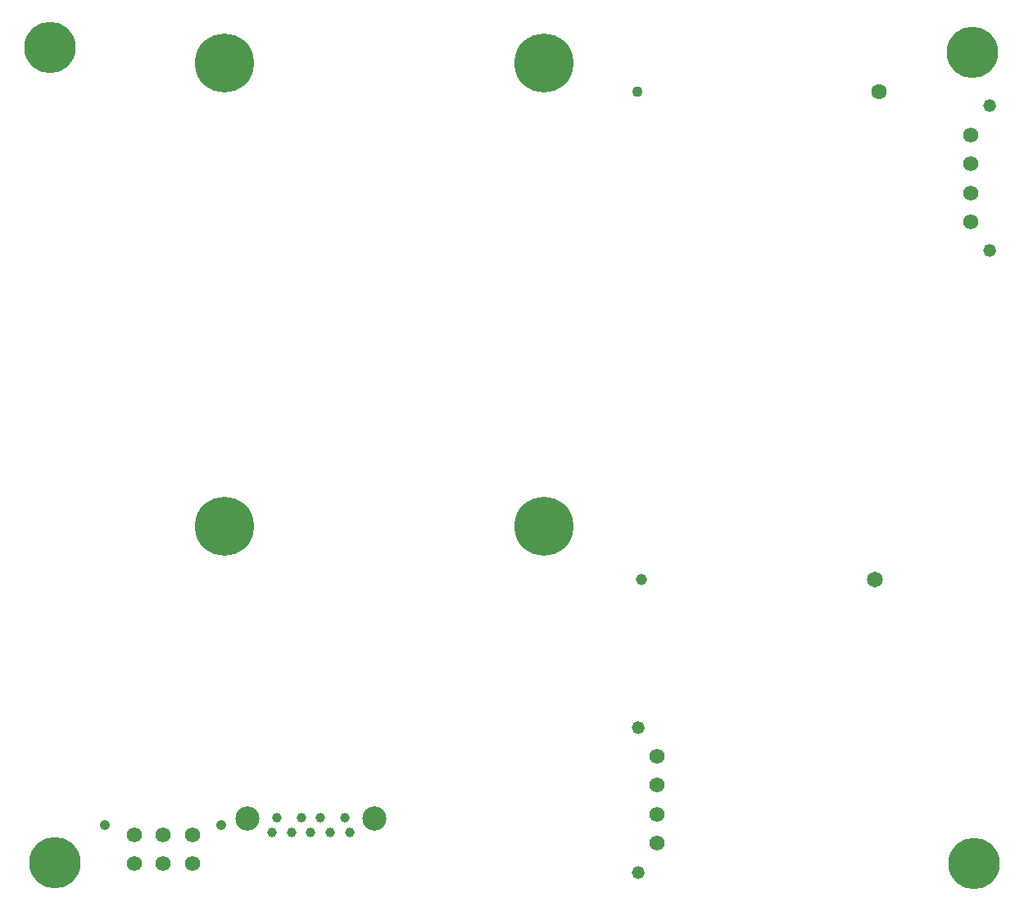
<source format=gbr>
%TF.GenerationSoftware,KiCad,Pcbnew,9.0.1*%
%TF.CreationDate,2025-05-16T02:44:54-04:00*%
%TF.ProjectId,CM5IO,434d3549-4f2e-46b6-9963-61645f706362,rev?*%
%TF.SameCoordinates,Original*%
%TF.FileFunction,Soldermask,Bot*%
%TF.FilePolarity,Negative*%
%FSLAX46Y46*%
G04 Gerber Fmt 4.6, Leading zero omitted, Abs format (unit mm)*
G04 Created by KiCad (PCBNEW 9.0.1) date 2025-05-16 02:44:54*
%MOMM*%
%LPD*%
G01*
G04 APERTURE LIST*
%ADD10C,5.300000*%
%ADD11C,1.320800*%
%ADD12C,1.574800*%
%ADD13C,1.600000*%
%ADD14C,1.100000*%
%ADD15C,1.066800*%
%ADD16C,1.650000*%
%ADD17C,1.150000*%
%ADD18C,6.100000*%
%ADD19C,1.000000*%
%ADD20C,2.500000*%
G04 APERTURE END LIST*
D10*
%TO.C,H2*%
X144974874Y-156225126D03*
%TD*%
%TO.C,H3*%
X144476540Y-71901700D03*
%TD*%
%TO.C,H6*%
X239800000Y-72400000D03*
%TD*%
%TO.C,H8*%
X240010000Y-156360000D03*
%TD*%
D11*
%TO.C,J2*%
X205261300Y-142250000D03*
X205261300Y-157250000D03*
D12*
X207221301Y-154249999D03*
X207221301Y-151250000D03*
X207221301Y-148250000D03*
X207221301Y-145250001D03*
%TD*%
D13*
%TO.C,J1*%
X230160000Y-76530000D03*
D14*
X205160000Y-76530000D03*
%TD*%
D11*
%TO.C,J7*%
X241568700Y-92970000D03*
X241568700Y-77970000D03*
D12*
X239608699Y-80970001D03*
X239608699Y-83970000D03*
X239608699Y-86970000D03*
X239608699Y-89969999D03*
%TD*%
D15*
%TO.C,J6*%
X150160004Y-152400000D03*
X162160000Y-152400000D03*
D12*
X159160001Y-156340000D03*
X156160002Y-156340000D03*
X153160003Y-156340000D03*
X159160001Y-153340001D03*
X156160002Y-153340001D03*
X153160003Y-153340001D03*
%TD*%
D16*
%TO.C,MC1*%
X229760000Y-126930000D03*
D17*
X205560000Y-126930000D03*
%TD*%
D18*
%TO.C,Module1*%
X162500000Y-73500000D03*
X162500000Y-121500000D03*
X195500000Y-73500000D03*
X195500000Y-121500000D03*
%TD*%
D19*
%TO.C,J5*%
X174930000Y-151600000D03*
X172430000Y-151600000D03*
X170430000Y-151600000D03*
X167930000Y-151600000D03*
X167430000Y-153100000D03*
X169430000Y-153100000D03*
X171430000Y-153100000D03*
X173430000Y-153100000D03*
X175430000Y-153100000D03*
D20*
X178000000Y-151700000D03*
X164860000Y-151700000D03*
%TD*%
M02*

</source>
